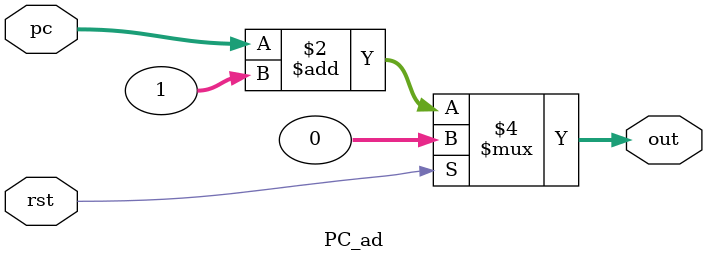
<source format=v>
module PC_ad(
    input [31:0] pc,
	 input rst,
    output reg [31:0]  out
);
	always @(*) begin	
		if (rst)
			out <= 0;
		else 		
		out <= pc + 1;
    end

     

endmodule

</source>
